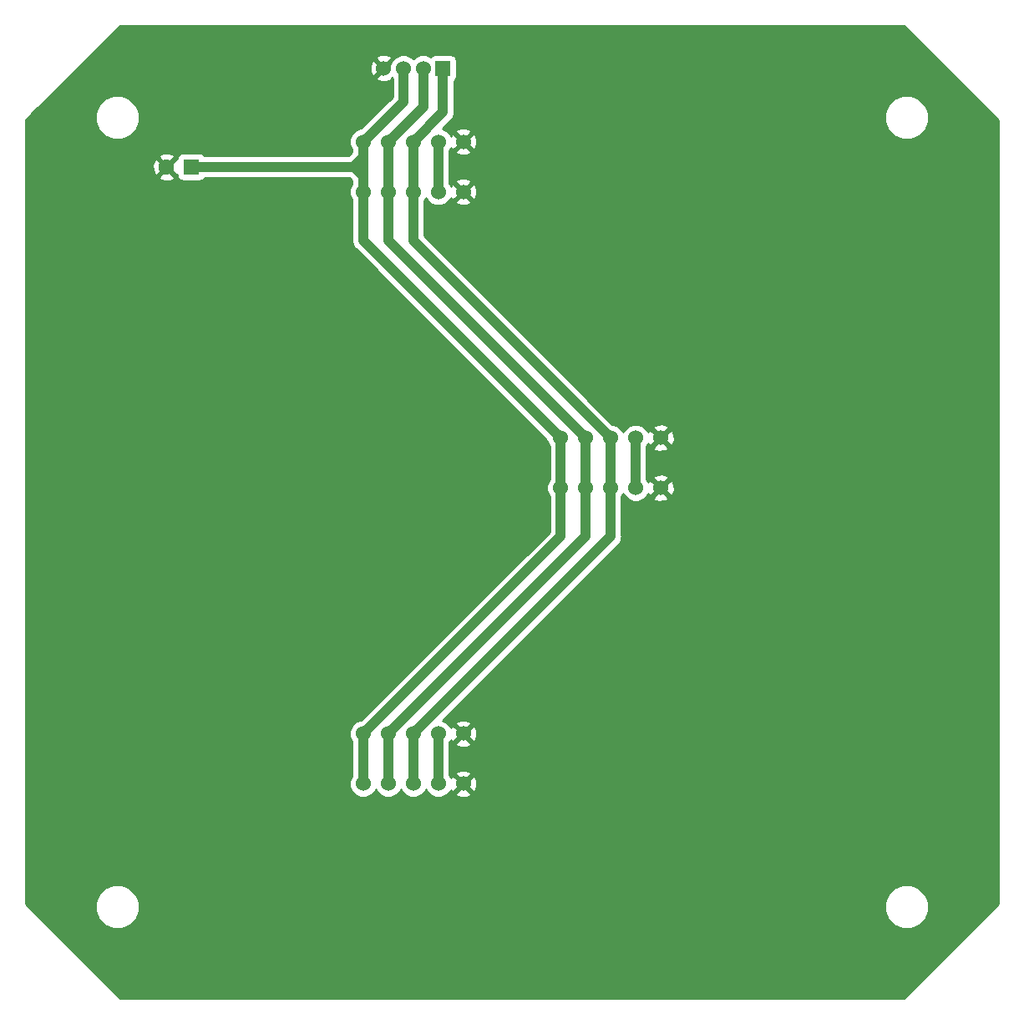
<source format=gtl>
G04 #@! TF.GenerationSoftware,KiCad,Pcbnew,(5.0.2)-1*
G04 #@! TF.CreationDate,2019-11-10T22:05:31+09:00*
G04 #@! TF.ProjectId,Base,42617365-2e6b-4696-9361-645f70636258,rev?*
G04 #@! TF.SameCoordinates,Original*
G04 #@! TF.FileFunction,Copper,L1,Top*
G04 #@! TF.FilePolarity,Positive*
%FSLAX46Y46*%
G04 Gerber Fmt 4.6, Leading zero omitted, Abs format (unit mm)*
G04 Created by KiCad (PCBNEW (5.0.2)-1) date 2019/11/10 22:05:31*
%MOMM*%
%LPD*%
G01*
G04 APERTURE LIST*
G04 #@! TA.AperFunction,ComponentPad*
%ADD10C,1.524000*%
G04 #@! TD*
G04 #@! TA.AperFunction,ComponentPad*
%ADD11R,1.600000X1.600000*%
G04 #@! TD*
G04 #@! TA.AperFunction,ComponentPad*
%ADD12C,1.600000*%
G04 #@! TD*
G04 #@! TA.AperFunction,ComponentPad*
%ADD13R,1.524000X1.524000*%
G04 #@! TD*
G04 #@! TA.AperFunction,ViaPad*
%ADD14C,0.800000*%
G04 #@! TD*
G04 #@! TA.AperFunction,Conductor*
%ADD15C,1.000000*%
G04 #@! TD*
G04 #@! TA.AperFunction,Conductor*
%ADD16C,0.500000*%
G04 #@! TD*
G04 #@! TA.AperFunction,Conductor*
%ADD17C,0.250000*%
G04 #@! TD*
G04 #@! TA.AperFunction,Conductor*
%ADD18C,0.254000*%
G04 #@! TD*
G04 APERTURE END LIST*
D10*
G04 #@! TO.P,J4,1*
G04 #@! TO.N,+5V*
X114920000Y-127460000D03*
G04 #@! TO.P,J4,2*
G04 #@! TO.N,SDA*
X117460000Y-127460000D03*
G04 #@! TO.P,J4,3*
G04 #@! TO.N,SCL*
X120000000Y-127460000D03*
G04 #@! TO.P,J4,4*
G04 #@! TO.N,Net-(J4-Pad4)*
X122540000Y-127460000D03*
G04 #@! TO.P,J4,5*
G04 #@! TO.N,GND*
X125080000Y-127460000D03*
G04 #@! TO.P,J4,1*
G04 #@! TO.N,+5V*
X114920000Y-132540000D03*
G04 #@! TO.P,J4,2*
G04 #@! TO.N,SDA*
X117460000Y-132540000D03*
G04 #@! TO.P,J4,3*
G04 #@! TO.N,SCL*
X120000000Y-132540000D03*
G04 #@! TO.P,J4,4*
G04 #@! TO.N,Net-(J4-Pad4)*
X122540000Y-132540000D03*
G04 #@! TO.P,J4,5*
G04 #@! TO.N,GND*
X125080000Y-132540000D03*
G04 #@! TD*
D11*
G04 #@! TO.P,C1,1*
G04 #@! TO.N,+5V*
X97500000Y-70000000D03*
D12*
G04 #@! TO.P,C1,2*
G04 #@! TO.N,GND*
X95000000Y-70000000D03*
G04 #@! TD*
D13*
G04 #@! TO.P,J1,1*
G04 #@! TO.N,SCL*
X123000000Y-60000000D03*
D10*
G04 #@! TO.P,J1,2*
G04 #@! TO.N,SDA*
X121000000Y-60000000D03*
G04 #@! TO.P,J1,3*
G04 #@! TO.N,+5V*
X119000000Y-60000000D03*
G04 #@! TO.P,J1,4*
G04 #@! TO.N,GND*
X117000000Y-60000000D03*
G04 #@! TD*
G04 #@! TO.P,J3,5*
G04 #@! TO.N,GND*
X145080000Y-102540000D03*
G04 #@! TO.P,J3,4*
G04 #@! TO.N,Net-(J3-Pad4)*
X142540000Y-102540000D03*
G04 #@! TO.P,J3,3*
G04 #@! TO.N,SCL*
X140000000Y-102540000D03*
G04 #@! TO.P,J3,2*
G04 #@! TO.N,SDA*
X137460000Y-102540000D03*
G04 #@! TO.P,J3,1*
G04 #@! TO.N,+5V*
X134920000Y-102540000D03*
G04 #@! TO.P,J3,5*
G04 #@! TO.N,GND*
X145080000Y-97460000D03*
G04 #@! TO.P,J3,4*
G04 #@! TO.N,Net-(J3-Pad4)*
X142540000Y-97460000D03*
G04 #@! TO.P,J3,3*
G04 #@! TO.N,SCL*
X140000000Y-97460000D03*
G04 #@! TO.P,J3,2*
G04 #@! TO.N,SDA*
X137460000Y-97460000D03*
G04 #@! TO.P,J3,1*
G04 #@! TO.N,+5V*
X134920000Y-97460000D03*
G04 #@! TD*
G04 #@! TO.P,J2,1*
G04 #@! TO.N,+5V*
X114920000Y-67460000D03*
G04 #@! TO.P,J2,2*
G04 #@! TO.N,SDA*
X117460000Y-67460000D03*
G04 #@! TO.P,J2,3*
G04 #@! TO.N,SCL*
X120000000Y-67460000D03*
G04 #@! TO.P,J2,4*
G04 #@! TO.N,Net-(J2-Pad4)*
X122540000Y-67460000D03*
G04 #@! TO.P,J2,5*
G04 #@! TO.N,GND*
X125080000Y-67460000D03*
G04 #@! TO.P,J2,1*
G04 #@! TO.N,+5V*
X114920000Y-72540000D03*
G04 #@! TO.P,J2,2*
G04 #@! TO.N,SDA*
X117460000Y-72540000D03*
G04 #@! TO.P,J2,3*
G04 #@! TO.N,SCL*
X120000000Y-72540000D03*
G04 #@! TO.P,J2,4*
G04 #@! TO.N,Net-(J2-Pad4)*
X122540000Y-72540000D03*
G04 #@! TO.P,J2,5*
G04 #@! TO.N,GND*
X125080000Y-72540000D03*
G04 #@! TD*
D14*
G04 #@! TO.N,GND*
X130000000Y-145000000D03*
X110000000Y-145000000D03*
X150000000Y-145000000D03*
X170000000Y-125000000D03*
X150000000Y-125000000D03*
X110000000Y-125000000D03*
X90000000Y-125000000D03*
X90000000Y-105000000D03*
X110000000Y-105000000D03*
X110000000Y-85000000D03*
X90000000Y-85000000D03*
X130000000Y-125000000D03*
X150000000Y-105000000D03*
X130000000Y-105000000D03*
X170000000Y-105000000D03*
X170000000Y-85000000D03*
X150000000Y-85000000D03*
X130000000Y-65000000D03*
X150000000Y-65000000D03*
X110000000Y-65000000D03*
G04 #@! TD*
D15*
G04 #@! TO.N,SCL*
X120000000Y-67460000D02*
X120000000Y-72540000D01*
X140000000Y-97460000D02*
X140000000Y-102540000D01*
X120000000Y-127460000D02*
X120000000Y-132540000D01*
X123000000Y-64460000D02*
X123000000Y-60000000D01*
X120000000Y-67460000D02*
X123000000Y-64460000D01*
X120000000Y-77460000D02*
X140000000Y-97460000D01*
X120000000Y-72540000D02*
X120000000Y-77460000D01*
X140000000Y-107460000D02*
X140000000Y-102540000D01*
X120000000Y-127460000D02*
X140000000Y-107460000D01*
D16*
G04 #@! TO.N,SDA*
X117500000Y-67750000D02*
X117500000Y-67750000D01*
X117500000Y-67750000D02*
X117500000Y-67750000D01*
D17*
X117957000Y-127500000D02*
X118000000Y-127500000D01*
D15*
X117460000Y-67460000D02*
X117460000Y-72540000D01*
X137460000Y-97460000D02*
X137460000Y-102540000D01*
X117460000Y-132540000D02*
X117460000Y-127460000D01*
X121000000Y-63920000D02*
X121000000Y-60000000D01*
X117460000Y-67460000D02*
X121000000Y-63920000D01*
X117460000Y-73617630D02*
X117460000Y-72540000D01*
X137460000Y-97460000D02*
X117460000Y-77460000D01*
X117460000Y-77460000D02*
X117460000Y-73617630D01*
X137460000Y-107460000D02*
X137460000Y-102540000D01*
X117460000Y-127460000D02*
X137460000Y-107460000D01*
G04 #@! TO.N,+5V*
X134920000Y-97460000D02*
X134920000Y-102540000D01*
X114920000Y-127460000D02*
X114920000Y-132540000D01*
X97500000Y-70000000D02*
X112380000Y-70000000D01*
X114000000Y-69920000D02*
X114920000Y-69000000D01*
X114000000Y-70000000D02*
X114000000Y-69920000D01*
X114920000Y-69000000D02*
X114920000Y-70000000D01*
X114920000Y-67460000D02*
X114920000Y-69000000D01*
X114000000Y-70000000D02*
X114920000Y-70000000D01*
X112380000Y-70000000D02*
X114000000Y-70000000D01*
X114920000Y-70920000D02*
X114000000Y-70000000D01*
X114920000Y-71000000D02*
X114920000Y-70920000D01*
X114920000Y-71000000D02*
X114920000Y-72540000D01*
X114920000Y-70000000D02*
X114920000Y-71000000D01*
X119000000Y-63380000D02*
X119000000Y-60000000D01*
X114920000Y-67460000D02*
X119000000Y-63380000D01*
X114920000Y-77460000D02*
X134920000Y-97460000D01*
X114920000Y-72540000D02*
X114920000Y-77460000D01*
X134920000Y-107460000D02*
X114920000Y-127460000D01*
X134920000Y-102540000D02*
X134920000Y-107460000D01*
G04 #@! TO.N,Net-(J2-Pad4)*
X122540000Y-67460000D02*
X122540000Y-72540000D01*
G04 #@! TO.N,Net-(J3-Pad4)*
X142540000Y-97460000D02*
X142540000Y-102540000D01*
D17*
G04 #@! TO.N,Net-(J4-Pad4)*
X121957000Y-127500000D02*
X122000000Y-127500000D01*
D15*
X122540000Y-132540000D02*
X122540000Y-127460000D01*
G04 #@! TD*
D18*
G04 #@! TO.N,GND*
G36*
X179290001Y-65294093D02*
X179290000Y-144705908D01*
X169705910Y-154290000D01*
X90294092Y-154290000D01*
X80710000Y-144705910D01*
X80710000Y-144555431D01*
X87765000Y-144555431D01*
X87765000Y-145444569D01*
X88105259Y-146266026D01*
X88733974Y-146894741D01*
X89555431Y-147235000D01*
X90444569Y-147235000D01*
X91266026Y-146894741D01*
X91894741Y-146266026D01*
X92235000Y-145444569D01*
X92235000Y-144555431D01*
X167765000Y-144555431D01*
X167765000Y-145444569D01*
X168105259Y-146266026D01*
X168733974Y-146894741D01*
X169555431Y-147235000D01*
X170444569Y-147235000D01*
X171266026Y-146894741D01*
X171894741Y-146266026D01*
X172235000Y-145444569D01*
X172235000Y-144555431D01*
X171894741Y-143733974D01*
X171266026Y-143105259D01*
X170444569Y-142765000D01*
X169555431Y-142765000D01*
X168733974Y-143105259D01*
X168105259Y-143733974D01*
X167765000Y-144555431D01*
X92235000Y-144555431D01*
X91894741Y-143733974D01*
X91266026Y-143105259D01*
X90444569Y-142765000D01*
X89555431Y-142765000D01*
X88733974Y-143105259D01*
X88105259Y-143733974D01*
X87765000Y-144555431D01*
X80710000Y-144555431D01*
X80710000Y-71007745D01*
X94171861Y-71007745D01*
X94245995Y-71253864D01*
X94783223Y-71446965D01*
X95353454Y-71419778D01*
X95754005Y-71253864D01*
X95828139Y-71007745D01*
X95000000Y-70179605D01*
X94171861Y-71007745D01*
X80710000Y-71007745D01*
X80710000Y-69783223D01*
X93553035Y-69783223D01*
X93580222Y-70353454D01*
X93746136Y-70754005D01*
X93992255Y-70828139D01*
X94820395Y-70000000D01*
X95179605Y-70000000D01*
X96007745Y-70828139D01*
X96055307Y-70813813D01*
X96101843Y-71047765D01*
X96242191Y-71257809D01*
X96452235Y-71398157D01*
X96700000Y-71447440D01*
X98300000Y-71447440D01*
X98547765Y-71398157D01*
X98757809Y-71257809D01*
X98839868Y-71135000D01*
X113529868Y-71135000D01*
X113785000Y-71390132D01*
X113785000Y-71699343D01*
X113735680Y-71748663D01*
X113523000Y-72262119D01*
X113523000Y-72817881D01*
X113735680Y-73331337D01*
X113785000Y-73380657D01*
X113785001Y-77348212D01*
X113762765Y-77460000D01*
X113850854Y-77902854D01*
X113850855Y-77902855D01*
X114101712Y-78278289D01*
X114196480Y-78341611D01*
X133523000Y-97668132D01*
X133523000Y-97737881D01*
X133735680Y-98251337D01*
X133785000Y-98300657D01*
X133785001Y-101699342D01*
X133735680Y-101748663D01*
X133523000Y-102262119D01*
X133523000Y-102817881D01*
X133735680Y-103331337D01*
X133785000Y-103380657D01*
X133785001Y-106989867D01*
X114711869Y-126063000D01*
X114642119Y-126063000D01*
X114128663Y-126275680D01*
X113735680Y-126668663D01*
X113523000Y-127182119D01*
X113523000Y-127737881D01*
X113735680Y-128251337D01*
X113785000Y-128300657D01*
X113785001Y-131699342D01*
X113735680Y-131748663D01*
X113523000Y-132262119D01*
X113523000Y-132817881D01*
X113735680Y-133331337D01*
X114128663Y-133724320D01*
X114642119Y-133937000D01*
X115197881Y-133937000D01*
X115711337Y-133724320D01*
X116104320Y-133331337D01*
X116190000Y-133124487D01*
X116275680Y-133331337D01*
X116668663Y-133724320D01*
X117182119Y-133937000D01*
X117737881Y-133937000D01*
X118251337Y-133724320D01*
X118644320Y-133331337D01*
X118730000Y-133124487D01*
X118815680Y-133331337D01*
X119208663Y-133724320D01*
X119722119Y-133937000D01*
X120277881Y-133937000D01*
X120791337Y-133724320D01*
X121184320Y-133331337D01*
X121270000Y-133124487D01*
X121355680Y-133331337D01*
X121748663Y-133724320D01*
X122262119Y-133937000D01*
X122817881Y-133937000D01*
X123331337Y-133724320D01*
X123535444Y-133520213D01*
X124279392Y-133520213D01*
X124348857Y-133762397D01*
X124872302Y-133949144D01*
X125427368Y-133921362D01*
X125811143Y-133762397D01*
X125880608Y-133520213D01*
X125080000Y-132719605D01*
X124279392Y-133520213D01*
X123535444Y-133520213D01*
X123724320Y-133331337D01*
X123803428Y-133140353D01*
X123857603Y-133271143D01*
X124099787Y-133340608D01*
X124900395Y-132540000D01*
X125259605Y-132540000D01*
X126060213Y-133340608D01*
X126302397Y-133271143D01*
X126489144Y-132747698D01*
X126461362Y-132192632D01*
X126302397Y-131808857D01*
X126060213Y-131739392D01*
X125259605Y-132540000D01*
X124900395Y-132540000D01*
X124099787Y-131739392D01*
X123857603Y-131808857D01*
X123807465Y-131949393D01*
X123724320Y-131748663D01*
X123675000Y-131699343D01*
X123675000Y-131559787D01*
X124279392Y-131559787D01*
X125080000Y-132360395D01*
X125880608Y-131559787D01*
X125811143Y-131317603D01*
X125287698Y-131130856D01*
X124732632Y-131158638D01*
X124348857Y-131317603D01*
X124279392Y-131559787D01*
X123675000Y-131559787D01*
X123675000Y-128440213D01*
X124279392Y-128440213D01*
X124348857Y-128682397D01*
X124872302Y-128869144D01*
X125427368Y-128841362D01*
X125811143Y-128682397D01*
X125880608Y-128440213D01*
X125080000Y-127639605D01*
X124279392Y-128440213D01*
X123675000Y-128440213D01*
X123675000Y-128300657D01*
X123724320Y-128251337D01*
X123803428Y-128060353D01*
X123857603Y-128191143D01*
X124099787Y-128260608D01*
X124900395Y-127460000D01*
X125259605Y-127460000D01*
X126060213Y-128260608D01*
X126302397Y-128191143D01*
X126489144Y-127667698D01*
X126461362Y-127112632D01*
X126302397Y-126728857D01*
X126060213Y-126659392D01*
X125259605Y-127460000D01*
X124900395Y-127460000D01*
X124099787Y-126659392D01*
X123857603Y-126728857D01*
X123807465Y-126869393D01*
X123724320Y-126668663D01*
X123535444Y-126479787D01*
X124279392Y-126479787D01*
X125080000Y-127280395D01*
X125880608Y-126479787D01*
X125811143Y-126237603D01*
X125287698Y-126050856D01*
X124732632Y-126078638D01*
X124348857Y-126237603D01*
X124279392Y-126479787D01*
X123535444Y-126479787D01*
X123331337Y-126275680D01*
X122948166Y-126116966D01*
X140723522Y-108341610D01*
X140818289Y-108278289D01*
X141069146Y-107902855D01*
X141135000Y-107571783D01*
X141135000Y-107571782D01*
X141157235Y-107460001D01*
X141135000Y-107348219D01*
X141135000Y-103380657D01*
X141184320Y-103331337D01*
X141270000Y-103124487D01*
X141355680Y-103331337D01*
X141748663Y-103724320D01*
X142262119Y-103937000D01*
X142817881Y-103937000D01*
X143331337Y-103724320D01*
X143535444Y-103520213D01*
X144279392Y-103520213D01*
X144348857Y-103762397D01*
X144872302Y-103949144D01*
X145427368Y-103921362D01*
X145811143Y-103762397D01*
X145880608Y-103520213D01*
X145080000Y-102719605D01*
X144279392Y-103520213D01*
X143535444Y-103520213D01*
X143724320Y-103331337D01*
X143803428Y-103140353D01*
X143857603Y-103271143D01*
X144099787Y-103340608D01*
X144900395Y-102540000D01*
X145259605Y-102540000D01*
X146060213Y-103340608D01*
X146302397Y-103271143D01*
X146489144Y-102747698D01*
X146461362Y-102192632D01*
X146302397Y-101808857D01*
X146060213Y-101739392D01*
X145259605Y-102540000D01*
X144900395Y-102540000D01*
X144099787Y-101739392D01*
X143857603Y-101808857D01*
X143807465Y-101949393D01*
X143724320Y-101748663D01*
X143675000Y-101699343D01*
X143675000Y-101559787D01*
X144279392Y-101559787D01*
X145080000Y-102360395D01*
X145880608Y-101559787D01*
X145811143Y-101317603D01*
X145287698Y-101130856D01*
X144732632Y-101158638D01*
X144348857Y-101317603D01*
X144279392Y-101559787D01*
X143675000Y-101559787D01*
X143675000Y-98440213D01*
X144279392Y-98440213D01*
X144348857Y-98682397D01*
X144872302Y-98869144D01*
X145427368Y-98841362D01*
X145811143Y-98682397D01*
X145880608Y-98440213D01*
X145080000Y-97639605D01*
X144279392Y-98440213D01*
X143675000Y-98440213D01*
X143675000Y-98300657D01*
X143724320Y-98251337D01*
X143803428Y-98060353D01*
X143857603Y-98191143D01*
X144099787Y-98260608D01*
X144900395Y-97460000D01*
X145259605Y-97460000D01*
X146060213Y-98260608D01*
X146302397Y-98191143D01*
X146489144Y-97667698D01*
X146461362Y-97112632D01*
X146302397Y-96728857D01*
X146060213Y-96659392D01*
X145259605Y-97460000D01*
X144900395Y-97460000D01*
X144099787Y-96659392D01*
X143857603Y-96728857D01*
X143807465Y-96869393D01*
X143724320Y-96668663D01*
X143535444Y-96479787D01*
X144279392Y-96479787D01*
X145080000Y-97280395D01*
X145880608Y-96479787D01*
X145811143Y-96237603D01*
X145287698Y-96050856D01*
X144732632Y-96078638D01*
X144348857Y-96237603D01*
X144279392Y-96479787D01*
X143535444Y-96479787D01*
X143331337Y-96275680D01*
X142817881Y-96063000D01*
X142262119Y-96063000D01*
X141748663Y-96275680D01*
X141355680Y-96668663D01*
X141270000Y-96875513D01*
X141184320Y-96668663D01*
X140791337Y-96275680D01*
X140277881Y-96063000D01*
X140208132Y-96063000D01*
X121135000Y-76989869D01*
X121135000Y-73380657D01*
X121184320Y-73331337D01*
X121270000Y-73124487D01*
X121355680Y-73331337D01*
X121748663Y-73724320D01*
X122262119Y-73937000D01*
X122817881Y-73937000D01*
X123331337Y-73724320D01*
X123535444Y-73520213D01*
X124279392Y-73520213D01*
X124348857Y-73762397D01*
X124872302Y-73949144D01*
X125427368Y-73921362D01*
X125811143Y-73762397D01*
X125880608Y-73520213D01*
X125080000Y-72719605D01*
X124279392Y-73520213D01*
X123535444Y-73520213D01*
X123724320Y-73331337D01*
X123803428Y-73140353D01*
X123857603Y-73271143D01*
X124099787Y-73340608D01*
X124900395Y-72540000D01*
X125259605Y-72540000D01*
X126060213Y-73340608D01*
X126302397Y-73271143D01*
X126489144Y-72747698D01*
X126461362Y-72192632D01*
X126302397Y-71808857D01*
X126060213Y-71739392D01*
X125259605Y-72540000D01*
X124900395Y-72540000D01*
X124099787Y-71739392D01*
X123857603Y-71808857D01*
X123807465Y-71949393D01*
X123724320Y-71748663D01*
X123675000Y-71699343D01*
X123675000Y-71559787D01*
X124279392Y-71559787D01*
X125080000Y-72360395D01*
X125880608Y-71559787D01*
X125811143Y-71317603D01*
X125287698Y-71130856D01*
X124732632Y-71158638D01*
X124348857Y-71317603D01*
X124279392Y-71559787D01*
X123675000Y-71559787D01*
X123675000Y-68440213D01*
X124279392Y-68440213D01*
X124348857Y-68682397D01*
X124872302Y-68869144D01*
X125427368Y-68841362D01*
X125811143Y-68682397D01*
X125880608Y-68440213D01*
X125080000Y-67639605D01*
X124279392Y-68440213D01*
X123675000Y-68440213D01*
X123675000Y-68300657D01*
X123724320Y-68251337D01*
X123803428Y-68060353D01*
X123857603Y-68191143D01*
X124099787Y-68260608D01*
X124900395Y-67460000D01*
X125259605Y-67460000D01*
X126060213Y-68260608D01*
X126302397Y-68191143D01*
X126489144Y-67667698D01*
X126461362Y-67112632D01*
X126302397Y-66728857D01*
X126060213Y-66659392D01*
X125259605Y-67460000D01*
X124900395Y-67460000D01*
X124099787Y-66659392D01*
X123857603Y-66728857D01*
X123807465Y-66869393D01*
X123724320Y-66668663D01*
X123535444Y-66479787D01*
X124279392Y-66479787D01*
X125080000Y-67280395D01*
X125880608Y-66479787D01*
X125811143Y-66237603D01*
X125287698Y-66050856D01*
X124732632Y-66078638D01*
X124348857Y-66237603D01*
X124279392Y-66479787D01*
X123535444Y-66479787D01*
X123331337Y-66275680D01*
X122948166Y-66116966D01*
X123723521Y-65341610D01*
X123818289Y-65278289D01*
X124069146Y-64902855D01*
X124135000Y-64571783D01*
X124135000Y-64571782D01*
X124138252Y-64555431D01*
X167765000Y-64555431D01*
X167765000Y-65444569D01*
X168105259Y-66266026D01*
X168733974Y-66894741D01*
X169555431Y-67235000D01*
X170444569Y-67235000D01*
X171266026Y-66894741D01*
X171894741Y-66266026D01*
X172235000Y-65444569D01*
X172235000Y-64555431D01*
X171894741Y-63733974D01*
X171266026Y-63105259D01*
X170444569Y-62765000D01*
X169555431Y-62765000D01*
X168733974Y-63105259D01*
X168105259Y-63733974D01*
X167765000Y-64555431D01*
X124138252Y-64555431D01*
X124157235Y-64460000D01*
X124135000Y-64348217D01*
X124135000Y-61276477D01*
X124219809Y-61219809D01*
X124360157Y-61009765D01*
X124409440Y-60762000D01*
X124409440Y-59238000D01*
X124360157Y-58990235D01*
X124219809Y-58780191D01*
X124009765Y-58639843D01*
X123762000Y-58590560D01*
X122238000Y-58590560D01*
X121990235Y-58639843D01*
X121780191Y-58780191D01*
X121764034Y-58804371D01*
X121277881Y-58603000D01*
X120722119Y-58603000D01*
X120208663Y-58815680D01*
X120000000Y-59024343D01*
X119791337Y-58815680D01*
X119277881Y-58603000D01*
X118722119Y-58603000D01*
X118208663Y-58815680D01*
X117815680Y-59208663D01*
X117705894Y-59473711D01*
X117179605Y-60000000D01*
X117193748Y-60014143D01*
X117014143Y-60193748D01*
X117000000Y-60179605D01*
X116199392Y-60980213D01*
X116268857Y-61222397D01*
X116792302Y-61409144D01*
X117347368Y-61381362D01*
X117731143Y-61222397D01*
X117800607Y-60980215D01*
X117865001Y-61044609D01*
X117865000Y-62909868D01*
X114711869Y-66063000D01*
X114642119Y-66063000D01*
X114128663Y-66275680D01*
X113735680Y-66668663D01*
X113523000Y-67182119D01*
X113523000Y-67737881D01*
X113735680Y-68251337D01*
X113785000Y-68300657D01*
X113785000Y-68529868D01*
X113449868Y-68865000D01*
X98839868Y-68865000D01*
X98757809Y-68742191D01*
X98547765Y-68601843D01*
X98300000Y-68552560D01*
X96700000Y-68552560D01*
X96452235Y-68601843D01*
X96242191Y-68742191D01*
X96101843Y-68952235D01*
X96055307Y-69186187D01*
X96007745Y-69171861D01*
X95179605Y-70000000D01*
X94820395Y-70000000D01*
X93992255Y-69171861D01*
X93746136Y-69245995D01*
X93553035Y-69783223D01*
X80710000Y-69783223D01*
X80710000Y-68992255D01*
X94171861Y-68992255D01*
X95000000Y-69820395D01*
X95828139Y-68992255D01*
X95754005Y-68746136D01*
X95216777Y-68553035D01*
X94646546Y-68580222D01*
X94245995Y-68746136D01*
X94171861Y-68992255D01*
X80710000Y-68992255D01*
X80710000Y-65294090D01*
X81448659Y-64555431D01*
X87765000Y-64555431D01*
X87765000Y-65444569D01*
X88105259Y-66266026D01*
X88733974Y-66894741D01*
X89555431Y-67235000D01*
X90444569Y-67235000D01*
X91266026Y-66894741D01*
X91894741Y-66266026D01*
X92235000Y-65444569D01*
X92235000Y-64555431D01*
X91894741Y-63733974D01*
X91266026Y-63105259D01*
X90444569Y-62765000D01*
X89555431Y-62765000D01*
X88733974Y-63105259D01*
X88105259Y-63733974D01*
X87765000Y-64555431D01*
X81448659Y-64555431D01*
X86211789Y-59792302D01*
X115590856Y-59792302D01*
X115618638Y-60347368D01*
X115777603Y-60731143D01*
X116019787Y-60800608D01*
X116820395Y-60000000D01*
X116019787Y-59199392D01*
X115777603Y-59268857D01*
X115590856Y-59792302D01*
X86211789Y-59792302D01*
X86984304Y-59019787D01*
X116199392Y-59019787D01*
X117000000Y-59820395D01*
X117800608Y-59019787D01*
X117731143Y-58777603D01*
X117207698Y-58590856D01*
X116652632Y-58618638D01*
X116268857Y-58777603D01*
X116199392Y-59019787D01*
X86984304Y-59019787D01*
X90294092Y-55710000D01*
X169705910Y-55710000D01*
X179290001Y-65294093D01*
X179290001Y-65294093D01*
G37*
X179290001Y-65294093D02*
X179290000Y-144705908D01*
X169705910Y-154290000D01*
X90294092Y-154290000D01*
X80710000Y-144705910D01*
X80710000Y-144555431D01*
X87765000Y-144555431D01*
X87765000Y-145444569D01*
X88105259Y-146266026D01*
X88733974Y-146894741D01*
X89555431Y-147235000D01*
X90444569Y-147235000D01*
X91266026Y-146894741D01*
X91894741Y-146266026D01*
X92235000Y-145444569D01*
X92235000Y-144555431D01*
X167765000Y-144555431D01*
X167765000Y-145444569D01*
X168105259Y-146266026D01*
X168733974Y-146894741D01*
X169555431Y-147235000D01*
X170444569Y-147235000D01*
X171266026Y-146894741D01*
X171894741Y-146266026D01*
X172235000Y-145444569D01*
X172235000Y-144555431D01*
X171894741Y-143733974D01*
X171266026Y-143105259D01*
X170444569Y-142765000D01*
X169555431Y-142765000D01*
X168733974Y-143105259D01*
X168105259Y-143733974D01*
X167765000Y-144555431D01*
X92235000Y-144555431D01*
X91894741Y-143733974D01*
X91266026Y-143105259D01*
X90444569Y-142765000D01*
X89555431Y-142765000D01*
X88733974Y-143105259D01*
X88105259Y-143733974D01*
X87765000Y-144555431D01*
X80710000Y-144555431D01*
X80710000Y-71007745D01*
X94171861Y-71007745D01*
X94245995Y-71253864D01*
X94783223Y-71446965D01*
X95353454Y-71419778D01*
X95754005Y-71253864D01*
X95828139Y-71007745D01*
X95000000Y-70179605D01*
X94171861Y-71007745D01*
X80710000Y-71007745D01*
X80710000Y-69783223D01*
X93553035Y-69783223D01*
X93580222Y-70353454D01*
X93746136Y-70754005D01*
X93992255Y-70828139D01*
X94820395Y-70000000D01*
X95179605Y-70000000D01*
X96007745Y-70828139D01*
X96055307Y-70813813D01*
X96101843Y-71047765D01*
X96242191Y-71257809D01*
X96452235Y-71398157D01*
X96700000Y-71447440D01*
X98300000Y-71447440D01*
X98547765Y-71398157D01*
X98757809Y-71257809D01*
X98839868Y-71135000D01*
X113529868Y-71135000D01*
X113785000Y-71390132D01*
X113785000Y-71699343D01*
X113735680Y-71748663D01*
X113523000Y-72262119D01*
X113523000Y-72817881D01*
X113735680Y-73331337D01*
X113785000Y-73380657D01*
X113785001Y-77348212D01*
X113762765Y-77460000D01*
X113850854Y-77902854D01*
X113850855Y-77902855D01*
X114101712Y-78278289D01*
X114196480Y-78341611D01*
X133523000Y-97668132D01*
X133523000Y-97737881D01*
X133735680Y-98251337D01*
X133785000Y-98300657D01*
X133785001Y-101699342D01*
X133735680Y-101748663D01*
X133523000Y-102262119D01*
X133523000Y-102817881D01*
X133735680Y-103331337D01*
X133785000Y-103380657D01*
X133785001Y-106989867D01*
X114711869Y-126063000D01*
X114642119Y-126063000D01*
X114128663Y-126275680D01*
X113735680Y-126668663D01*
X113523000Y-127182119D01*
X113523000Y-127737881D01*
X113735680Y-128251337D01*
X113785000Y-128300657D01*
X113785001Y-131699342D01*
X113735680Y-131748663D01*
X113523000Y-132262119D01*
X113523000Y-132817881D01*
X113735680Y-133331337D01*
X114128663Y-133724320D01*
X114642119Y-133937000D01*
X115197881Y-133937000D01*
X115711337Y-133724320D01*
X116104320Y-133331337D01*
X116190000Y-133124487D01*
X116275680Y-133331337D01*
X116668663Y-133724320D01*
X117182119Y-133937000D01*
X117737881Y-133937000D01*
X118251337Y-133724320D01*
X118644320Y-133331337D01*
X118730000Y-133124487D01*
X118815680Y-133331337D01*
X119208663Y-133724320D01*
X119722119Y-133937000D01*
X120277881Y-133937000D01*
X120791337Y-133724320D01*
X121184320Y-133331337D01*
X121270000Y-133124487D01*
X121355680Y-133331337D01*
X121748663Y-133724320D01*
X122262119Y-133937000D01*
X122817881Y-133937000D01*
X123331337Y-133724320D01*
X123535444Y-133520213D01*
X124279392Y-133520213D01*
X124348857Y-133762397D01*
X124872302Y-133949144D01*
X125427368Y-133921362D01*
X125811143Y-133762397D01*
X125880608Y-133520213D01*
X125080000Y-132719605D01*
X124279392Y-133520213D01*
X123535444Y-133520213D01*
X123724320Y-133331337D01*
X123803428Y-133140353D01*
X123857603Y-133271143D01*
X124099787Y-133340608D01*
X124900395Y-132540000D01*
X125259605Y-132540000D01*
X126060213Y-133340608D01*
X126302397Y-133271143D01*
X126489144Y-132747698D01*
X126461362Y-132192632D01*
X126302397Y-131808857D01*
X126060213Y-131739392D01*
X125259605Y-132540000D01*
X124900395Y-132540000D01*
X124099787Y-131739392D01*
X123857603Y-131808857D01*
X123807465Y-131949393D01*
X123724320Y-131748663D01*
X123675000Y-131699343D01*
X123675000Y-131559787D01*
X124279392Y-131559787D01*
X125080000Y-132360395D01*
X125880608Y-131559787D01*
X125811143Y-131317603D01*
X125287698Y-131130856D01*
X124732632Y-131158638D01*
X124348857Y-131317603D01*
X124279392Y-131559787D01*
X123675000Y-131559787D01*
X123675000Y-128440213D01*
X124279392Y-128440213D01*
X124348857Y-128682397D01*
X124872302Y-128869144D01*
X125427368Y-128841362D01*
X125811143Y-128682397D01*
X125880608Y-128440213D01*
X125080000Y-127639605D01*
X124279392Y-128440213D01*
X123675000Y-128440213D01*
X123675000Y-128300657D01*
X123724320Y-128251337D01*
X123803428Y-128060353D01*
X123857603Y-128191143D01*
X124099787Y-128260608D01*
X124900395Y-127460000D01*
X125259605Y-127460000D01*
X126060213Y-128260608D01*
X126302397Y-128191143D01*
X126489144Y-127667698D01*
X126461362Y-127112632D01*
X126302397Y-126728857D01*
X126060213Y-126659392D01*
X125259605Y-127460000D01*
X124900395Y-127460000D01*
X124099787Y-126659392D01*
X123857603Y-126728857D01*
X123807465Y-126869393D01*
X123724320Y-126668663D01*
X123535444Y-126479787D01*
X124279392Y-126479787D01*
X125080000Y-127280395D01*
X125880608Y-126479787D01*
X125811143Y-126237603D01*
X125287698Y-126050856D01*
X124732632Y-126078638D01*
X124348857Y-126237603D01*
X124279392Y-126479787D01*
X123535444Y-126479787D01*
X123331337Y-126275680D01*
X122948166Y-126116966D01*
X140723522Y-108341610D01*
X140818289Y-108278289D01*
X141069146Y-107902855D01*
X141135000Y-107571783D01*
X141135000Y-107571782D01*
X141157235Y-107460001D01*
X141135000Y-107348219D01*
X141135000Y-103380657D01*
X141184320Y-103331337D01*
X141270000Y-103124487D01*
X141355680Y-103331337D01*
X141748663Y-103724320D01*
X142262119Y-103937000D01*
X142817881Y-103937000D01*
X143331337Y-103724320D01*
X143535444Y-103520213D01*
X144279392Y-103520213D01*
X144348857Y-103762397D01*
X144872302Y-103949144D01*
X145427368Y-103921362D01*
X145811143Y-103762397D01*
X145880608Y-103520213D01*
X145080000Y-102719605D01*
X144279392Y-103520213D01*
X143535444Y-103520213D01*
X143724320Y-103331337D01*
X143803428Y-103140353D01*
X143857603Y-103271143D01*
X144099787Y-103340608D01*
X144900395Y-102540000D01*
X145259605Y-102540000D01*
X146060213Y-103340608D01*
X146302397Y-103271143D01*
X146489144Y-102747698D01*
X146461362Y-102192632D01*
X146302397Y-101808857D01*
X146060213Y-101739392D01*
X145259605Y-102540000D01*
X144900395Y-102540000D01*
X144099787Y-101739392D01*
X143857603Y-101808857D01*
X143807465Y-101949393D01*
X143724320Y-101748663D01*
X143675000Y-101699343D01*
X143675000Y-101559787D01*
X144279392Y-101559787D01*
X145080000Y-102360395D01*
X145880608Y-101559787D01*
X145811143Y-101317603D01*
X145287698Y-101130856D01*
X144732632Y-101158638D01*
X144348857Y-101317603D01*
X144279392Y-101559787D01*
X143675000Y-101559787D01*
X143675000Y-98440213D01*
X144279392Y-98440213D01*
X144348857Y-98682397D01*
X144872302Y-98869144D01*
X145427368Y-98841362D01*
X145811143Y-98682397D01*
X145880608Y-98440213D01*
X145080000Y-97639605D01*
X144279392Y-98440213D01*
X143675000Y-98440213D01*
X143675000Y-98300657D01*
X143724320Y-98251337D01*
X143803428Y-98060353D01*
X143857603Y-98191143D01*
X144099787Y-98260608D01*
X144900395Y-97460000D01*
X145259605Y-97460000D01*
X146060213Y-98260608D01*
X146302397Y-98191143D01*
X146489144Y-97667698D01*
X146461362Y-97112632D01*
X146302397Y-96728857D01*
X146060213Y-96659392D01*
X145259605Y-97460000D01*
X144900395Y-97460000D01*
X144099787Y-96659392D01*
X143857603Y-96728857D01*
X143807465Y-96869393D01*
X143724320Y-96668663D01*
X143535444Y-96479787D01*
X144279392Y-96479787D01*
X145080000Y-97280395D01*
X145880608Y-96479787D01*
X145811143Y-96237603D01*
X145287698Y-96050856D01*
X144732632Y-96078638D01*
X144348857Y-96237603D01*
X144279392Y-96479787D01*
X143535444Y-96479787D01*
X143331337Y-96275680D01*
X142817881Y-96063000D01*
X142262119Y-96063000D01*
X141748663Y-96275680D01*
X141355680Y-96668663D01*
X141270000Y-96875513D01*
X141184320Y-96668663D01*
X140791337Y-96275680D01*
X140277881Y-96063000D01*
X140208132Y-96063000D01*
X121135000Y-76989869D01*
X121135000Y-73380657D01*
X121184320Y-73331337D01*
X121270000Y-73124487D01*
X121355680Y-73331337D01*
X121748663Y-73724320D01*
X122262119Y-73937000D01*
X122817881Y-73937000D01*
X123331337Y-73724320D01*
X123535444Y-73520213D01*
X124279392Y-73520213D01*
X124348857Y-73762397D01*
X124872302Y-73949144D01*
X125427368Y-73921362D01*
X125811143Y-73762397D01*
X125880608Y-73520213D01*
X125080000Y-72719605D01*
X124279392Y-73520213D01*
X123535444Y-73520213D01*
X123724320Y-73331337D01*
X123803428Y-73140353D01*
X123857603Y-73271143D01*
X124099787Y-73340608D01*
X124900395Y-72540000D01*
X125259605Y-72540000D01*
X126060213Y-73340608D01*
X126302397Y-73271143D01*
X126489144Y-72747698D01*
X126461362Y-72192632D01*
X126302397Y-71808857D01*
X126060213Y-71739392D01*
X125259605Y-72540000D01*
X124900395Y-72540000D01*
X124099787Y-71739392D01*
X123857603Y-71808857D01*
X123807465Y-71949393D01*
X123724320Y-71748663D01*
X123675000Y-71699343D01*
X123675000Y-71559787D01*
X124279392Y-71559787D01*
X125080000Y-72360395D01*
X125880608Y-71559787D01*
X125811143Y-71317603D01*
X125287698Y-71130856D01*
X124732632Y-71158638D01*
X124348857Y-71317603D01*
X124279392Y-71559787D01*
X123675000Y-71559787D01*
X123675000Y-68440213D01*
X124279392Y-68440213D01*
X124348857Y-68682397D01*
X124872302Y-68869144D01*
X125427368Y-68841362D01*
X125811143Y-68682397D01*
X125880608Y-68440213D01*
X125080000Y-67639605D01*
X124279392Y-68440213D01*
X123675000Y-68440213D01*
X123675000Y-68300657D01*
X123724320Y-68251337D01*
X123803428Y-68060353D01*
X123857603Y-68191143D01*
X124099787Y-68260608D01*
X124900395Y-67460000D01*
X125259605Y-67460000D01*
X126060213Y-68260608D01*
X126302397Y-68191143D01*
X126489144Y-67667698D01*
X126461362Y-67112632D01*
X126302397Y-66728857D01*
X126060213Y-66659392D01*
X125259605Y-67460000D01*
X124900395Y-67460000D01*
X124099787Y-66659392D01*
X123857603Y-66728857D01*
X123807465Y-66869393D01*
X123724320Y-66668663D01*
X123535444Y-66479787D01*
X124279392Y-66479787D01*
X125080000Y-67280395D01*
X125880608Y-66479787D01*
X125811143Y-66237603D01*
X125287698Y-66050856D01*
X124732632Y-66078638D01*
X124348857Y-66237603D01*
X124279392Y-66479787D01*
X123535444Y-66479787D01*
X123331337Y-66275680D01*
X122948166Y-66116966D01*
X123723521Y-65341610D01*
X123818289Y-65278289D01*
X124069146Y-64902855D01*
X124135000Y-64571783D01*
X124135000Y-64571782D01*
X124138252Y-64555431D01*
X167765000Y-64555431D01*
X167765000Y-65444569D01*
X168105259Y-66266026D01*
X168733974Y-66894741D01*
X169555431Y-67235000D01*
X170444569Y-67235000D01*
X171266026Y-66894741D01*
X171894741Y-66266026D01*
X172235000Y-65444569D01*
X172235000Y-64555431D01*
X171894741Y-63733974D01*
X171266026Y-63105259D01*
X170444569Y-62765000D01*
X169555431Y-62765000D01*
X168733974Y-63105259D01*
X168105259Y-63733974D01*
X167765000Y-64555431D01*
X124138252Y-64555431D01*
X124157235Y-64460000D01*
X124135000Y-64348217D01*
X124135000Y-61276477D01*
X124219809Y-61219809D01*
X124360157Y-61009765D01*
X124409440Y-60762000D01*
X124409440Y-59238000D01*
X124360157Y-58990235D01*
X124219809Y-58780191D01*
X124009765Y-58639843D01*
X123762000Y-58590560D01*
X122238000Y-58590560D01*
X121990235Y-58639843D01*
X121780191Y-58780191D01*
X121764034Y-58804371D01*
X121277881Y-58603000D01*
X120722119Y-58603000D01*
X120208663Y-58815680D01*
X120000000Y-59024343D01*
X119791337Y-58815680D01*
X119277881Y-58603000D01*
X118722119Y-58603000D01*
X118208663Y-58815680D01*
X117815680Y-59208663D01*
X117705894Y-59473711D01*
X117179605Y-60000000D01*
X117193748Y-60014143D01*
X117014143Y-60193748D01*
X117000000Y-60179605D01*
X116199392Y-60980213D01*
X116268857Y-61222397D01*
X116792302Y-61409144D01*
X117347368Y-61381362D01*
X117731143Y-61222397D01*
X117800607Y-60980215D01*
X117865001Y-61044609D01*
X117865000Y-62909868D01*
X114711869Y-66063000D01*
X114642119Y-66063000D01*
X114128663Y-66275680D01*
X113735680Y-66668663D01*
X113523000Y-67182119D01*
X113523000Y-67737881D01*
X113735680Y-68251337D01*
X113785000Y-68300657D01*
X113785000Y-68529868D01*
X113449868Y-68865000D01*
X98839868Y-68865000D01*
X98757809Y-68742191D01*
X98547765Y-68601843D01*
X98300000Y-68552560D01*
X96700000Y-68552560D01*
X96452235Y-68601843D01*
X96242191Y-68742191D01*
X96101843Y-68952235D01*
X96055307Y-69186187D01*
X96007745Y-69171861D01*
X95179605Y-70000000D01*
X94820395Y-70000000D01*
X93992255Y-69171861D01*
X93746136Y-69245995D01*
X93553035Y-69783223D01*
X80710000Y-69783223D01*
X80710000Y-68992255D01*
X94171861Y-68992255D01*
X95000000Y-69820395D01*
X95828139Y-68992255D01*
X95754005Y-68746136D01*
X95216777Y-68553035D01*
X94646546Y-68580222D01*
X94245995Y-68746136D01*
X94171861Y-68992255D01*
X80710000Y-68992255D01*
X80710000Y-65294090D01*
X81448659Y-64555431D01*
X87765000Y-64555431D01*
X87765000Y-65444569D01*
X88105259Y-66266026D01*
X88733974Y-66894741D01*
X89555431Y-67235000D01*
X90444569Y-67235000D01*
X91266026Y-66894741D01*
X91894741Y-66266026D01*
X92235000Y-65444569D01*
X92235000Y-64555431D01*
X91894741Y-63733974D01*
X91266026Y-63105259D01*
X90444569Y-62765000D01*
X89555431Y-62765000D01*
X88733974Y-63105259D01*
X88105259Y-63733974D01*
X87765000Y-64555431D01*
X81448659Y-64555431D01*
X86211789Y-59792302D01*
X115590856Y-59792302D01*
X115618638Y-60347368D01*
X115777603Y-60731143D01*
X116019787Y-60800608D01*
X116820395Y-60000000D01*
X116019787Y-59199392D01*
X115777603Y-59268857D01*
X115590856Y-59792302D01*
X86211789Y-59792302D01*
X86984304Y-59019787D01*
X116199392Y-59019787D01*
X117000000Y-59820395D01*
X117800608Y-59019787D01*
X117731143Y-58777603D01*
X117207698Y-58590856D01*
X116652632Y-58618638D01*
X116268857Y-58777603D01*
X116199392Y-59019787D01*
X86984304Y-59019787D01*
X90294092Y-55710000D01*
X169705910Y-55710000D01*
X179290001Y-65294093D01*
G04 #@! TD*
M02*

</source>
